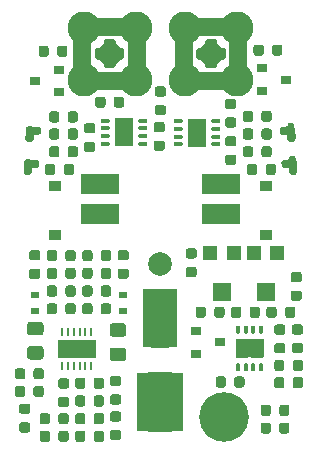
<source format=gts>
G04 #@! TF.GenerationSoftware,KiCad,Pcbnew,5.1.9-73d0e3b20d~88~ubuntu20.04.1*
G04 #@! TF.CreationDate,2021-06-04T11:55:54+03:00*
G04 #@! TF.ProjectId,differential-tweezer,64696666-6572-4656-9e74-69616c2d7477,rev?*
G04 #@! TF.SameCoordinates,Original*
G04 #@! TF.FileFunction,Soldermask,Top*
G04 #@! TF.FilePolarity,Negative*
%FSLAX46Y46*%
G04 Gerber Fmt 4.6, Leading zero omitted, Abs format (unit mm)*
G04 Created by KiCad (PCBNEW 5.1.9-73d0e3b20d~88~ubuntu20.04.1) date 2021-06-04 11:55:54*
%MOMM*%
%LPD*%
G01*
G04 APERTURE LIST*
%ADD10R,0.900000X0.800000*%
%ADD11R,1.500000X2.200000*%
%ADD12R,2.200000X1.500000*%
%ADD13C,2.800000*%
%ADD14C,2.000000*%
%ADD15R,2.000000X2.000000*%
%ADD16C,0.600000*%
%ADD17R,4.000000X5.000000*%
%ADD18R,3.000000X5.000000*%
%ADD19R,1.500000X2.000000*%
%ADD20C,4.200000*%
%ADD21R,3.200000X1.800000*%
%ADD22R,0.700000X0.600000*%
%ADD23O,0.400000X0.650000*%
%ADD24R,0.400000X0.300000*%
%ADD25R,2.400000X1.650000*%
%ADD26R,1.000000X0.650000*%
%ADD27O,0.650000X0.400000*%
%ADD28R,0.300000X0.400000*%
%ADD29R,1.650000X2.400000*%
%ADD30R,0.650000X1.000000*%
%ADD31R,3.300000X1.550000*%
%ADD32R,0.250000X0.700000*%
%ADD33R,1.600000X1.500000*%
%ADD34R,1.200000X1.200000*%
%ADD35R,1.000000X0.850000*%
G04 APERTURE END LIST*
G04 #@! TO.C,C21*
G36*
G01*
X10050000Y-8256250D02*
X10050000Y-7743750D01*
G75*
G02*
X10268750Y-7525000I218750J0D01*
G01*
X10706250Y-7525000D01*
G75*
G02*
X10925000Y-7743750I0J-218750D01*
G01*
X10925000Y-8256250D01*
G75*
G02*
X10706250Y-8475000I-218750J0D01*
G01*
X10268750Y-8475000D01*
G75*
G02*
X10050000Y-8256250I0J218750D01*
G01*
G37*
G36*
G01*
X8475000Y-8256250D02*
X8475000Y-7743750D01*
G75*
G02*
X8693750Y-7525000I218750J0D01*
G01*
X9131250Y-7525000D01*
G75*
G02*
X9350000Y-7743750I0J-218750D01*
G01*
X9350000Y-8256250D01*
G75*
G02*
X9131250Y-8475000I-218750J0D01*
G01*
X8693750Y-8475000D01*
G75*
G02*
X8475000Y-8256250I0J218750D01*
G01*
G37*
G04 #@! TD*
G04 #@! TO.C,C20*
G36*
G01*
X14256250Y-7550000D02*
X13743750Y-7550000D01*
G75*
G02*
X13525000Y-7331250I0J218750D01*
G01*
X13525000Y-6893750D01*
G75*
G02*
X13743750Y-6675000I218750J0D01*
G01*
X14256250Y-6675000D01*
G75*
G02*
X14475000Y-6893750I0J-218750D01*
G01*
X14475000Y-7331250D01*
G75*
G02*
X14256250Y-7550000I-218750J0D01*
G01*
G37*
G36*
G01*
X14256250Y-9125000D02*
X13743750Y-9125000D01*
G75*
G02*
X13525000Y-8906250I0J218750D01*
G01*
X13525000Y-8468750D01*
G75*
G02*
X13743750Y-8250000I218750J0D01*
G01*
X14256250Y-8250000D01*
G75*
G02*
X14475000Y-8468750I0J-218750D01*
G01*
X14475000Y-8906250D01*
G75*
G02*
X14256250Y-9125000I-218750J0D01*
G01*
G37*
G04 #@! TD*
D10*
G04 #@! TO.C,D6*
X19050000Y-28350000D03*
X17050000Y-29300000D03*
X17050000Y-27400000D03*
G04 #@! TD*
D11*
G04 #@! TO.C,J8*
X7400000Y-3900000D03*
D12*
X9700000Y-6200000D03*
D11*
X12000000Y-3900000D03*
G36*
G01*
X9375000Y-2650000D02*
X10025000Y-2650000D01*
G75*
G02*
X10200000Y-2825000I0J-175000D01*
G01*
X10200000Y-3175000D01*
G75*
G02*
X10025000Y-3350000I-175000J0D01*
G01*
X9375000Y-3350000D01*
G75*
G02*
X9200000Y-3175000I0J175000D01*
G01*
X9200000Y-2825000D01*
G75*
G02*
X9375000Y-2650000I175000J0D01*
G01*
G37*
G36*
G01*
X9150000Y-3575000D02*
X9150000Y-4225000D01*
G75*
G02*
X8975000Y-4400000I-175000J0D01*
G01*
X8625000Y-4400000D01*
G75*
G02*
X8450000Y-4225000I0J175000D01*
G01*
X8450000Y-3575000D01*
G75*
G02*
X8625000Y-3400000I175000J0D01*
G01*
X8975000Y-3400000D01*
G75*
G02*
X9150000Y-3575000I0J-175000D01*
G01*
G37*
G36*
G01*
X9375000Y-4450000D02*
X10025000Y-4450000D01*
G75*
G02*
X10200000Y-4625000I0J-175000D01*
G01*
X10200000Y-4975000D01*
G75*
G02*
X10025000Y-5150000I-175000J0D01*
G01*
X9375000Y-5150000D01*
G75*
G02*
X9200000Y-4975000I0J175000D01*
G01*
X9200000Y-4625000D01*
G75*
G02*
X9375000Y-4450000I175000J0D01*
G01*
G37*
D12*
X9700000Y-1600000D03*
G36*
G01*
X10950000Y-3575000D02*
X10950000Y-4225000D01*
G75*
G02*
X10775000Y-4400000I-175000J0D01*
G01*
X10425000Y-4400000D01*
G75*
G02*
X10250000Y-4225000I0J175000D01*
G01*
X10250000Y-3575000D01*
G75*
G02*
X10425000Y-3400000I175000J0D01*
G01*
X10775000Y-3400000D01*
G75*
G02*
X10950000Y-3575000I0J-175000D01*
G01*
G37*
D13*
X7500000Y-1700000D03*
X7500000Y-6100000D03*
X11900000Y-6100000D03*
X11900000Y-1700000D03*
D14*
X9700000Y-3900000D03*
G04 #@! TD*
G04 #@! TO.C,L4*
G36*
G01*
X3850001Y-27750000D02*
X2949999Y-27750000D01*
G75*
G02*
X2700000Y-27500001I0J249999D01*
G01*
X2700000Y-26849999D01*
G75*
G02*
X2949999Y-26600000I249999J0D01*
G01*
X3850001Y-26600000D01*
G75*
G02*
X4100000Y-26849999I0J-249999D01*
G01*
X4100000Y-27500001D01*
G75*
G02*
X3850001Y-27750000I-249999J0D01*
G01*
G37*
G36*
G01*
X3850001Y-29800000D02*
X2949999Y-29800000D01*
G75*
G02*
X2700000Y-29550001I0J249999D01*
G01*
X2700000Y-28899999D01*
G75*
G02*
X2949999Y-28650000I249999J0D01*
G01*
X3850001Y-28650000D01*
G75*
G02*
X4100000Y-28899999I0J-249999D01*
G01*
X4100000Y-29550001D01*
G75*
G02*
X3850001Y-29800000I-249999J0D01*
G01*
G37*
G04 #@! TD*
G04 #@! TO.C,L3*
G36*
G01*
X10850001Y-27875000D02*
X9949999Y-27875000D01*
G75*
G02*
X9700000Y-27625001I0J249999D01*
G01*
X9700000Y-26974999D01*
G75*
G02*
X9949999Y-26725000I249999J0D01*
G01*
X10850001Y-26725000D01*
G75*
G02*
X11100000Y-26974999I0J-249999D01*
G01*
X11100000Y-27625001D01*
G75*
G02*
X10850001Y-27875000I-249999J0D01*
G01*
G37*
G36*
G01*
X10850001Y-29925000D02*
X9949999Y-29925000D01*
G75*
G02*
X9700000Y-29675001I0J249999D01*
G01*
X9700000Y-29024999D01*
G75*
G02*
X9949999Y-28775000I249999J0D01*
G01*
X10850001Y-28775000D01*
G75*
G02*
X11100000Y-29024999I0J-249999D01*
G01*
X11100000Y-29675001D01*
G75*
G02*
X10850001Y-29925000I-249999J0D01*
G01*
G37*
G04 #@! TD*
G04 #@! TO.C,C22*
G36*
G01*
X13643750Y-11250000D02*
X14156250Y-11250000D01*
G75*
G02*
X14375000Y-11468750I0J-218750D01*
G01*
X14375000Y-11906250D01*
G75*
G02*
X14156250Y-12125000I-218750J0D01*
G01*
X13643750Y-12125000D01*
G75*
G02*
X13425000Y-11906250I0J218750D01*
G01*
X13425000Y-11468750D01*
G75*
G02*
X13643750Y-11250000I218750J0D01*
G01*
G37*
G36*
G01*
X13643750Y-9675000D02*
X14156250Y-9675000D01*
G75*
G02*
X14375000Y-9893750I0J-218750D01*
G01*
X14375000Y-10331250D01*
G75*
G02*
X14156250Y-10550000I-218750J0D01*
G01*
X13643750Y-10550000D01*
G75*
G02*
X13425000Y-10331250I0J218750D01*
G01*
X13425000Y-9893750D01*
G75*
G02*
X13643750Y-9675000I218750J0D01*
G01*
G37*
G04 #@! TD*
D15*
G04 #@! TO.C,J2*
X14000000Y-31900000D03*
D16*
X15600000Y-31300000D03*
X15600000Y-33400000D03*
X15600000Y-35500000D03*
X12400000Y-31300000D03*
X12400000Y-33400000D03*
X12400000Y-35500000D03*
D15*
X14000000Y-34900000D03*
D17*
X14000000Y-33400000D03*
G04 #@! TD*
G04 #@! TO.C,J4*
G36*
G01*
X25299309Y-11332997D02*
X24899857Y-11353932D01*
G75*
G02*
X24847309Y-11306618I-2617J49931D01*
G01*
X24842075Y-11206755D01*
G75*
G02*
X24889389Y-11154207I49931J2617D01*
G01*
X25288841Y-11133272D01*
G75*
G02*
X25341389Y-11180586I2617J-49931D01*
G01*
X25346623Y-11280449D01*
G75*
G02*
X25299309Y-11332997I-49931J-2617D01*
G01*
G37*
G36*
G01*
X25270524Y-10783750D02*
X24871072Y-10804685D01*
G75*
G02*
X24818524Y-10757371I-2617J49931D01*
G01*
X24813290Y-10657508D01*
G75*
G02*
X24860604Y-10604960I49931J2617D01*
G01*
X25260056Y-10584025D01*
G75*
G02*
X25312604Y-10631339I2617J-49931D01*
G01*
X25317838Y-10731202D01*
G75*
G02*
X25270524Y-10783750I-49931J-2617D01*
G01*
G37*
G36*
G01*
X24111633Y-10644212D02*
X24090698Y-10244760D01*
G75*
G02*
X24138012Y-10192212I49931J2617D01*
G01*
X24237875Y-10186978D01*
G75*
G02*
X24290423Y-10234292I2617J-49931D01*
G01*
X24311358Y-10633744D01*
G75*
G02*
X24264044Y-10686292I-49931J-2617D01*
G01*
X24164181Y-10691526D01*
G75*
G02*
X24111633Y-10644212I-2617J49931D01*
G01*
G37*
G36*
G01*
X24891016Y-9752199D02*
X25140673Y-9739115D01*
G75*
G02*
X25272044Y-9857402I6542J-124829D01*
G01*
X25295595Y-10306786D01*
G75*
G02*
X25177308Y-10438157I-124829J-6542D01*
G01*
X24927651Y-10451241D01*
G75*
G02*
X24796280Y-10332954I-6542J124829D01*
G01*
X24772729Y-9883570D01*
G75*
G02*
X24891016Y-9752199I124829J6542D01*
G01*
G37*
G36*
G01*
X24110324Y-10619246D02*
X24092006Y-10269725D01*
G75*
G02*
X24257607Y-10085806I174760J9159D01*
G01*
X25206305Y-10036087D01*
G75*
G02*
X25390224Y-10201688I9159J-174760D01*
G01*
X25408542Y-10551209D01*
G75*
G02*
X25242941Y-10735128I-174760J-9159D01*
G01*
X24294243Y-10784847D01*
G75*
G02*
X24110324Y-10619246I-9159J174760D01*
G01*
G37*
G36*
G01*
X24856785Y-10054405D02*
X25206306Y-10036087D01*
G75*
G02*
X25390225Y-10201688I9159J-174760D01*
G01*
X25439944Y-11150386D01*
G75*
G02*
X25274343Y-11334305I-174760J-9159D01*
G01*
X24924822Y-11352623D01*
G75*
G02*
X24740903Y-11187022I-9159J174760D01*
G01*
X24691184Y-10238324D01*
G75*
G02*
X24856785Y-10054405I174760J9159D01*
G01*
G37*
D16*
X25099794Y-10392150D03*
X24500617Y-10423551D03*
X25131196Y-10991327D03*
G04 #@! TD*
G04 #@! TO.C,J3*
G36*
G01*
X25449309Y-14132997D02*
X25049857Y-14153932D01*
G75*
G02*
X24997309Y-14106618I-2617J49931D01*
G01*
X24992075Y-14006755D01*
G75*
G02*
X25039389Y-13954207I49931J2617D01*
G01*
X25438841Y-13933272D01*
G75*
G02*
X25491389Y-13980586I2617J-49931D01*
G01*
X25496623Y-14080449D01*
G75*
G02*
X25449309Y-14132997I-49931J-2617D01*
G01*
G37*
G36*
G01*
X25420524Y-13583750D02*
X25021072Y-13604685D01*
G75*
G02*
X24968524Y-13557371I-2617J49931D01*
G01*
X24963290Y-13457508D01*
G75*
G02*
X25010604Y-13404960I49931J2617D01*
G01*
X25410056Y-13384025D01*
G75*
G02*
X25462604Y-13431339I2617J-49931D01*
G01*
X25467838Y-13531202D01*
G75*
G02*
X25420524Y-13583750I-49931J-2617D01*
G01*
G37*
G36*
G01*
X24261633Y-13444212D02*
X24240698Y-13044760D01*
G75*
G02*
X24288012Y-12992212I49931J2617D01*
G01*
X24387875Y-12986978D01*
G75*
G02*
X24440423Y-13034292I2617J-49931D01*
G01*
X24461358Y-13433744D01*
G75*
G02*
X24414044Y-13486292I-49931J-2617D01*
G01*
X24314181Y-13491526D01*
G75*
G02*
X24261633Y-13444212I-2617J49931D01*
G01*
G37*
G36*
G01*
X25041016Y-12552199D02*
X25290673Y-12539115D01*
G75*
G02*
X25422044Y-12657402I6542J-124829D01*
G01*
X25445595Y-13106786D01*
G75*
G02*
X25327308Y-13238157I-124829J-6542D01*
G01*
X25077651Y-13251241D01*
G75*
G02*
X24946280Y-13132954I-6542J124829D01*
G01*
X24922729Y-12683570D01*
G75*
G02*
X25041016Y-12552199I124829J6542D01*
G01*
G37*
G36*
G01*
X24260324Y-13419246D02*
X24242006Y-13069725D01*
G75*
G02*
X24407607Y-12885806I174760J9159D01*
G01*
X25356305Y-12836087D01*
G75*
G02*
X25540224Y-13001688I9159J-174760D01*
G01*
X25558542Y-13351209D01*
G75*
G02*
X25392941Y-13535128I-174760J-9159D01*
G01*
X24444243Y-13584847D01*
G75*
G02*
X24260324Y-13419246I-9159J174760D01*
G01*
G37*
G36*
G01*
X25006785Y-12854405D02*
X25356306Y-12836087D01*
G75*
G02*
X25540225Y-13001688I9159J-174760D01*
G01*
X25589944Y-13950386D01*
G75*
G02*
X25424343Y-14134305I-174760J-9159D01*
G01*
X25074822Y-14152623D01*
G75*
G02*
X24890903Y-13987022I-9159J174760D01*
G01*
X24841184Y-13038324D01*
G75*
G02*
X25006785Y-12854405I174760J9159D01*
G01*
G37*
X25249794Y-13192150D03*
X24650617Y-13223551D03*
X25281196Y-13791327D03*
G04 #@! TD*
G04 #@! TO.C,J6*
G36*
G01*
X3759302Y-13044760D02*
X3738367Y-13444212D01*
G75*
G02*
X3685819Y-13491526I-49931J2617D01*
G01*
X3585956Y-13486292D01*
G75*
G02*
X3538642Y-13433744I2617J49931D01*
G01*
X3559577Y-13034292D01*
G75*
G02*
X3612125Y-12986978I49931J-2617D01*
G01*
X3711988Y-12992212D01*
G75*
G02*
X3759302Y-13044760I-2617J-49931D01*
G01*
G37*
G36*
G01*
X2950143Y-14153932D02*
X2550691Y-14132997D01*
G75*
G02*
X2503377Y-14080449I2617J49931D01*
G01*
X2508611Y-13980586D01*
G75*
G02*
X2561159Y-13933272I49931J-2617D01*
G01*
X2960611Y-13954207D01*
G75*
G02*
X3007925Y-14006755I-2617J-49931D01*
G01*
X3002691Y-14106618D01*
G75*
G02*
X2950143Y-14153932I-49931J2617D01*
G01*
G37*
X2718804Y-13791327D03*
X3349383Y-13223551D03*
X2750206Y-13192150D03*
G36*
G01*
X2925178Y-14152623D02*
X2575657Y-14134305D01*
G75*
G02*
X2410056Y-13950386I9159J174760D01*
G01*
X2459775Y-13001688D01*
G75*
G02*
X2643694Y-12836087I174760J-9159D01*
G01*
X2993215Y-12854405D01*
G75*
G02*
X3158816Y-13038324I-9159J-174760D01*
G01*
X3109097Y-13987022D01*
G75*
G02*
X2925178Y-14152623I-174760J9159D01*
G01*
G37*
G36*
G01*
X2441458Y-13351209D02*
X2459776Y-13001688D01*
G75*
G02*
X2643695Y-12836087I174760J-9159D01*
G01*
X3592393Y-12885806D01*
G75*
G02*
X3757994Y-13069725I-9159J-174760D01*
G01*
X3739676Y-13419246D01*
G75*
G02*
X3555757Y-13584847I-174760J9159D01*
G01*
X2607059Y-13535128D01*
G75*
G02*
X2441458Y-13351209I9159J174760D01*
G01*
G37*
G04 #@! TD*
G04 #@! TO.C,J5*
G36*
G01*
X3909302Y-10244760D02*
X3888367Y-10644212D01*
G75*
G02*
X3835819Y-10691526I-49931J2617D01*
G01*
X3735956Y-10686292D01*
G75*
G02*
X3688642Y-10633744I2617J49931D01*
G01*
X3709577Y-10234292D01*
G75*
G02*
X3762125Y-10186978I49931J-2617D01*
G01*
X3861988Y-10192212D01*
G75*
G02*
X3909302Y-10244760I-2617J-49931D01*
G01*
G37*
G36*
G01*
X3100143Y-11353932D02*
X2700691Y-11332997D01*
G75*
G02*
X2653377Y-11280449I2617J49931D01*
G01*
X2658611Y-11180586D01*
G75*
G02*
X2711159Y-11133272I49931J-2617D01*
G01*
X3110611Y-11154207D01*
G75*
G02*
X3157925Y-11206755I-2617J-49931D01*
G01*
X3152691Y-11306618D01*
G75*
G02*
X3100143Y-11353932I-49931J2617D01*
G01*
G37*
X2868804Y-10991327D03*
X3499383Y-10423551D03*
X2900206Y-10392150D03*
G36*
G01*
X3075178Y-11352623D02*
X2725657Y-11334305D01*
G75*
G02*
X2560056Y-11150386I9159J174760D01*
G01*
X2609775Y-10201688D01*
G75*
G02*
X2793694Y-10036087I174760J-9159D01*
G01*
X3143215Y-10054405D01*
G75*
G02*
X3308816Y-10238324I-9159J-174760D01*
G01*
X3259097Y-11187022D01*
G75*
G02*
X3075178Y-11352623I-174760J9159D01*
G01*
G37*
G36*
G01*
X2591458Y-10551209D02*
X2609776Y-10201688D01*
G75*
G02*
X2793695Y-10036087I174760J-9159D01*
G01*
X3742393Y-10085806D01*
G75*
G02*
X3907994Y-10269725I-9159J-174760D01*
G01*
X3889676Y-10619246D01*
G75*
G02*
X3705757Y-10784847I-174760J9159D01*
G01*
X2757059Y-10735128D01*
G75*
G02*
X2591458Y-10551209I9159J174760D01*
G01*
G37*
G04 #@! TD*
D14*
G04 #@! TO.C,J1*
X14000000Y-21700000D03*
D18*
X14000000Y-26300000D03*
D16*
X15100000Y-28400000D03*
X12900000Y-28400000D03*
X12900000Y-24200000D03*
X12900000Y-26300000D03*
X15100000Y-26300000D03*
X15100000Y-24200000D03*
D19*
X14000000Y-27800000D03*
X14000000Y-24800000D03*
G04 #@! TD*
D11*
G04 #@! TO.C,J7*
X16000000Y-3900000D03*
D12*
X18300000Y-6200000D03*
D11*
X20600000Y-3900000D03*
G36*
G01*
X17975000Y-2650000D02*
X18625000Y-2650000D01*
G75*
G02*
X18800000Y-2825000I0J-175000D01*
G01*
X18800000Y-3175000D01*
G75*
G02*
X18625000Y-3350000I-175000J0D01*
G01*
X17975000Y-3350000D01*
G75*
G02*
X17800000Y-3175000I0J175000D01*
G01*
X17800000Y-2825000D01*
G75*
G02*
X17975000Y-2650000I175000J0D01*
G01*
G37*
G36*
G01*
X17750000Y-3575000D02*
X17750000Y-4225000D01*
G75*
G02*
X17575000Y-4400000I-175000J0D01*
G01*
X17225000Y-4400000D01*
G75*
G02*
X17050000Y-4225000I0J175000D01*
G01*
X17050000Y-3575000D01*
G75*
G02*
X17225000Y-3400000I175000J0D01*
G01*
X17575000Y-3400000D01*
G75*
G02*
X17750000Y-3575000I0J-175000D01*
G01*
G37*
G36*
G01*
X17975000Y-4450000D02*
X18625000Y-4450000D01*
G75*
G02*
X18800000Y-4625000I0J-175000D01*
G01*
X18800000Y-4975000D01*
G75*
G02*
X18625000Y-5150000I-175000J0D01*
G01*
X17975000Y-5150000D01*
G75*
G02*
X17800000Y-4975000I0J175000D01*
G01*
X17800000Y-4625000D01*
G75*
G02*
X17975000Y-4450000I175000J0D01*
G01*
G37*
D12*
X18300000Y-1600000D03*
G36*
G01*
X19550000Y-3575000D02*
X19550000Y-4225000D01*
G75*
G02*
X19375000Y-4400000I-175000J0D01*
G01*
X19025000Y-4400000D01*
G75*
G02*
X18850000Y-4225000I0J175000D01*
G01*
X18850000Y-3575000D01*
G75*
G02*
X19025000Y-3400000I175000J0D01*
G01*
X19375000Y-3400000D01*
G75*
G02*
X19550000Y-3575000I0J-175000D01*
G01*
G37*
D13*
X16100000Y-1700000D03*
X16100000Y-6100000D03*
X20500000Y-6100000D03*
X20500000Y-1700000D03*
D14*
X18300000Y-3900000D03*
G04 #@! TD*
G04 #@! TO.C,R23*
G36*
G01*
X22550000Y-9456250D02*
X22550000Y-8943750D01*
G75*
G02*
X22768750Y-8725000I218750J0D01*
G01*
X23206250Y-8725000D01*
G75*
G02*
X23425000Y-8943750I0J-218750D01*
G01*
X23425000Y-9456250D01*
G75*
G02*
X23206250Y-9675000I-218750J0D01*
G01*
X22768750Y-9675000D01*
G75*
G02*
X22550000Y-9456250I0J218750D01*
G01*
G37*
G36*
G01*
X20975000Y-9456250D02*
X20975000Y-8943750D01*
G75*
G02*
X21193750Y-8725000I218750J0D01*
G01*
X21631250Y-8725000D01*
G75*
G02*
X21850000Y-8943750I0J-218750D01*
G01*
X21850000Y-9456250D01*
G75*
G02*
X21631250Y-9675000I-218750J0D01*
G01*
X21193750Y-9675000D01*
G75*
G02*
X20975000Y-9456250I0J218750D01*
G01*
G37*
G04 #@! TD*
G04 #@! TO.C,R11*
G36*
G01*
X5450000Y-11943750D02*
X5450000Y-12456250D01*
G75*
G02*
X5231250Y-12675000I-218750J0D01*
G01*
X4793750Y-12675000D01*
G75*
G02*
X4575000Y-12456250I0J218750D01*
G01*
X4575000Y-11943750D01*
G75*
G02*
X4793750Y-11725000I218750J0D01*
G01*
X5231250Y-11725000D01*
G75*
G02*
X5450000Y-11943750I0J-218750D01*
G01*
G37*
G36*
G01*
X7025000Y-11943750D02*
X7025000Y-12456250D01*
G75*
G02*
X6806250Y-12675000I-218750J0D01*
G01*
X6368750Y-12675000D01*
G75*
G02*
X6150000Y-12456250I0J218750D01*
G01*
X6150000Y-11943750D01*
G75*
G02*
X6368750Y-11725000I218750J0D01*
G01*
X6806250Y-11725000D01*
G75*
G02*
X7025000Y-11943750I0J-218750D01*
G01*
G37*
G04 #@! TD*
G04 #@! TO.C,L9*
G36*
G01*
X9943750Y-32750000D02*
X10456250Y-32750000D01*
G75*
G02*
X10675000Y-32968750I0J-218750D01*
G01*
X10675000Y-33406250D01*
G75*
G02*
X10456250Y-33625000I-218750J0D01*
G01*
X9943750Y-33625000D01*
G75*
G02*
X9725000Y-33406250I0J218750D01*
G01*
X9725000Y-32968750D01*
G75*
G02*
X9943750Y-32750000I218750J0D01*
G01*
G37*
G36*
G01*
X9943750Y-31175000D02*
X10456250Y-31175000D01*
G75*
G02*
X10675000Y-31393750I0J-218750D01*
G01*
X10675000Y-31831250D01*
G75*
G02*
X10456250Y-32050000I-218750J0D01*
G01*
X9943750Y-32050000D01*
G75*
G02*
X9725000Y-31831250I0J218750D01*
G01*
X9725000Y-31393750D01*
G75*
G02*
X9943750Y-31175000I218750J0D01*
G01*
G37*
G04 #@! TD*
D10*
G04 #@! TO.C,D5*
X3400000Y-6200000D03*
X5400000Y-5250000D03*
X5400000Y-7150000D03*
G04 #@! TD*
G04 #@! TO.C,D4*
X24600000Y-6100000D03*
X22600000Y-7050000D03*
X22600000Y-5150000D03*
G04 #@! TD*
G04 #@! TO.C,C11*
G36*
G01*
X6150000Y-10956250D02*
X6150000Y-10443750D01*
G75*
G02*
X6368750Y-10225000I218750J0D01*
G01*
X6806250Y-10225000D01*
G75*
G02*
X7025000Y-10443750I0J-218750D01*
G01*
X7025000Y-10956250D01*
G75*
G02*
X6806250Y-11175000I-218750J0D01*
G01*
X6368750Y-11175000D01*
G75*
G02*
X6150000Y-10956250I0J218750D01*
G01*
G37*
G36*
G01*
X4575000Y-10956250D02*
X4575000Y-10443750D01*
G75*
G02*
X4793750Y-10225000I218750J0D01*
G01*
X5231250Y-10225000D01*
G75*
G02*
X5450000Y-10443750I0J-218750D01*
G01*
X5450000Y-10956250D01*
G75*
G02*
X5231250Y-11175000I-218750J0D01*
G01*
X4793750Y-11175000D01*
G75*
G02*
X4575000Y-10956250I0J218750D01*
G01*
G37*
G04 #@! TD*
G04 #@! TO.C,C1*
G36*
G01*
X22550000Y-10956250D02*
X22550000Y-10443750D01*
G75*
G02*
X22768750Y-10225000I218750J0D01*
G01*
X23206250Y-10225000D01*
G75*
G02*
X23425000Y-10443750I0J-218750D01*
G01*
X23425000Y-10956250D01*
G75*
G02*
X23206250Y-11175000I-218750J0D01*
G01*
X22768750Y-11175000D01*
G75*
G02*
X22550000Y-10956250I0J218750D01*
G01*
G37*
G36*
G01*
X20975000Y-10956250D02*
X20975000Y-10443750D01*
G75*
G02*
X21193750Y-10225000I218750J0D01*
G01*
X21631250Y-10225000D01*
G75*
G02*
X21850000Y-10443750I0J-218750D01*
G01*
X21850000Y-10956250D01*
G75*
G02*
X21631250Y-11175000I-218750J0D01*
G01*
X21193750Y-11175000D01*
G75*
G02*
X20975000Y-10956250I0J218750D01*
G01*
G37*
G04 #@! TD*
G04 #@! TO.C,R8*
G36*
G01*
X23350000Y-33843750D02*
X23350000Y-34356250D01*
G75*
G02*
X23131250Y-34575000I-218750J0D01*
G01*
X22693750Y-34575000D01*
G75*
G02*
X22475000Y-34356250I0J218750D01*
G01*
X22475000Y-33843750D01*
G75*
G02*
X22693750Y-33625000I218750J0D01*
G01*
X23131250Y-33625000D01*
G75*
G02*
X23350000Y-33843750I0J-218750D01*
G01*
G37*
G36*
G01*
X24925000Y-33843750D02*
X24925000Y-34356250D01*
G75*
G02*
X24706250Y-34575000I-218750J0D01*
G01*
X24268750Y-34575000D01*
G75*
G02*
X24050000Y-34356250I0J218750D01*
G01*
X24050000Y-33843750D01*
G75*
G02*
X24268750Y-33625000I218750J0D01*
G01*
X24706250Y-33625000D01*
G75*
G02*
X24925000Y-33843750I0J-218750D01*
G01*
G37*
G04 #@! TD*
G04 #@! TO.C,D3*
G36*
G01*
X24050000Y-35856250D02*
X24050000Y-35343750D01*
G75*
G02*
X24268750Y-35125000I218750J0D01*
G01*
X24706250Y-35125000D01*
G75*
G02*
X24925000Y-35343750I0J-218750D01*
G01*
X24925000Y-35856250D01*
G75*
G02*
X24706250Y-36075000I-218750J0D01*
G01*
X24268750Y-36075000D01*
G75*
G02*
X24050000Y-35856250I0J218750D01*
G01*
G37*
G36*
G01*
X22475000Y-35856250D02*
X22475000Y-35343750D01*
G75*
G02*
X22693750Y-35125000I218750J0D01*
G01*
X23131250Y-35125000D01*
G75*
G02*
X23350000Y-35343750I0J-218750D01*
G01*
X23350000Y-35856250D01*
G75*
G02*
X23131250Y-36075000I-218750J0D01*
G01*
X22693750Y-36075000D01*
G75*
G02*
X22475000Y-35856250I0J218750D01*
G01*
G37*
G04 #@! TD*
G04 #@! TO.C,R7*
G36*
G01*
X16343750Y-21950000D02*
X16856250Y-21950000D01*
G75*
G02*
X17075000Y-22168750I0J-218750D01*
G01*
X17075000Y-22606250D01*
G75*
G02*
X16856250Y-22825000I-218750J0D01*
G01*
X16343750Y-22825000D01*
G75*
G02*
X16125000Y-22606250I0J218750D01*
G01*
X16125000Y-22168750D01*
G75*
G02*
X16343750Y-21950000I218750J0D01*
G01*
G37*
G36*
G01*
X16343750Y-20375000D02*
X16856250Y-20375000D01*
G75*
G02*
X17075000Y-20593750I0J-218750D01*
G01*
X17075000Y-21031250D01*
G75*
G02*
X16856250Y-21250000I-218750J0D01*
G01*
X16343750Y-21250000D01*
G75*
G02*
X16125000Y-21031250I0J218750D01*
G01*
X16125000Y-20593750D01*
G75*
G02*
X16343750Y-20375000I218750J0D01*
G01*
G37*
G04 #@! TD*
G04 #@! TO.C,C10*
G36*
G01*
X25756250Y-23250000D02*
X25243750Y-23250000D01*
G75*
G02*
X25025000Y-23031250I0J218750D01*
G01*
X25025000Y-22593750D01*
G75*
G02*
X25243750Y-22375000I218750J0D01*
G01*
X25756250Y-22375000D01*
G75*
G02*
X25975000Y-22593750I0J-218750D01*
G01*
X25975000Y-23031250D01*
G75*
G02*
X25756250Y-23250000I-218750J0D01*
G01*
G37*
G36*
G01*
X25756250Y-24825000D02*
X25243750Y-24825000D01*
G75*
G02*
X25025000Y-24606250I0J218750D01*
G01*
X25025000Y-24168750D01*
G75*
G02*
X25243750Y-23950000I218750J0D01*
G01*
X25756250Y-23950000D01*
G75*
G02*
X25975000Y-24168750I0J-218750D01*
G01*
X25975000Y-24606250D01*
G75*
G02*
X25756250Y-24825000I-218750J0D01*
G01*
G37*
G04 #@! TD*
D20*
G04 #@! TO.C,H1*
X19400000Y-34700000D03*
G04 #@! TD*
D21*
G04 #@! TO.C,SW1*
X19150000Y-17500000D03*
X8850000Y-17500000D03*
X19150000Y-14900000D03*
X8850000Y-14900000D03*
G04 #@! TD*
G04 #@! TO.C,R12*
G36*
G01*
X22200000Y-13443750D02*
X22200000Y-13956250D01*
G75*
G02*
X21981250Y-14175000I-218750J0D01*
G01*
X21543750Y-14175000D01*
G75*
G02*
X21325000Y-13956250I0J218750D01*
G01*
X21325000Y-13443750D01*
G75*
G02*
X21543750Y-13225000I218750J0D01*
G01*
X21981250Y-13225000D01*
G75*
G02*
X22200000Y-13443750I0J-218750D01*
G01*
G37*
G36*
G01*
X23775000Y-13443750D02*
X23775000Y-13956250D01*
G75*
G02*
X23556250Y-14175000I-218750J0D01*
G01*
X23118750Y-14175000D01*
G75*
G02*
X22900000Y-13956250I0J218750D01*
G01*
X22900000Y-13443750D01*
G75*
G02*
X23118750Y-13225000I218750J0D01*
G01*
X23556250Y-13225000D01*
G75*
G02*
X23775000Y-13443750I0J-218750D01*
G01*
G37*
G04 #@! TD*
G04 #@! TO.C,L8*
G36*
G01*
X3606250Y-21400000D02*
X3093750Y-21400000D01*
G75*
G02*
X2875000Y-21181250I0J218750D01*
G01*
X2875000Y-20743750D01*
G75*
G02*
X3093750Y-20525000I218750J0D01*
G01*
X3606250Y-20525000D01*
G75*
G02*
X3825000Y-20743750I0J-218750D01*
G01*
X3825000Y-21181250D01*
G75*
G02*
X3606250Y-21400000I-218750J0D01*
G01*
G37*
G36*
G01*
X3606250Y-22975000D02*
X3093750Y-22975000D01*
G75*
G02*
X2875000Y-22756250I0J218750D01*
G01*
X2875000Y-22318750D01*
G75*
G02*
X3093750Y-22100000I218750J0D01*
G01*
X3606250Y-22100000D01*
G75*
G02*
X3825000Y-22318750I0J-218750D01*
G01*
X3825000Y-22756250D01*
G75*
G02*
X3606250Y-22975000I-218750J0D01*
G01*
G37*
G04 #@! TD*
G04 #@! TO.C,L7*
G36*
G01*
X11106250Y-21400000D02*
X10593750Y-21400000D01*
G75*
G02*
X10375000Y-21181250I0J218750D01*
G01*
X10375000Y-20743750D01*
G75*
G02*
X10593750Y-20525000I218750J0D01*
G01*
X11106250Y-20525000D01*
G75*
G02*
X11325000Y-20743750I0J-218750D01*
G01*
X11325000Y-21181250D01*
G75*
G02*
X11106250Y-21400000I-218750J0D01*
G01*
G37*
G36*
G01*
X11106250Y-22975000D02*
X10593750Y-22975000D01*
G75*
G02*
X10375000Y-22756250I0J218750D01*
G01*
X10375000Y-22318750D01*
G75*
G02*
X10593750Y-22100000I218750J0D01*
G01*
X11106250Y-22100000D01*
G75*
G02*
X11325000Y-22318750I0J-218750D01*
G01*
X11325000Y-22756250D01*
G75*
G02*
X11106250Y-22975000I-218750J0D01*
G01*
G37*
G04 #@! TD*
G04 #@! TO.C,L1*
G36*
G01*
X10456250Y-35062500D02*
X9943750Y-35062500D01*
G75*
G02*
X9725000Y-34843750I0J218750D01*
G01*
X9725000Y-34406250D01*
G75*
G02*
X9943750Y-34187500I218750J0D01*
G01*
X10456250Y-34187500D01*
G75*
G02*
X10675000Y-34406250I0J-218750D01*
G01*
X10675000Y-34843750D01*
G75*
G02*
X10456250Y-35062500I-218750J0D01*
G01*
G37*
G36*
G01*
X10456250Y-36637500D02*
X9943750Y-36637500D01*
G75*
G02*
X9725000Y-36418750I0J218750D01*
G01*
X9725000Y-35981250D01*
G75*
G02*
X9943750Y-35762500I218750J0D01*
G01*
X10456250Y-35762500D01*
G75*
G02*
X10675000Y-35981250I0J-218750D01*
G01*
X10675000Y-36418750D01*
G75*
G02*
X10456250Y-36637500I-218750J0D01*
G01*
G37*
G04 #@! TD*
G04 #@! TO.C,R15*
G36*
G01*
X5450000Y-8993750D02*
X5450000Y-9506250D01*
G75*
G02*
X5231250Y-9725000I-218750J0D01*
G01*
X4793750Y-9725000D01*
G75*
G02*
X4575000Y-9506250I0J218750D01*
G01*
X4575000Y-8993750D01*
G75*
G02*
X4793750Y-8775000I218750J0D01*
G01*
X5231250Y-8775000D01*
G75*
G02*
X5450000Y-8993750I0J-218750D01*
G01*
G37*
G36*
G01*
X7025000Y-8993750D02*
X7025000Y-9506250D01*
G75*
G02*
X6806250Y-9725000I-218750J0D01*
G01*
X6368750Y-9725000D01*
G75*
G02*
X6150000Y-9506250I0J218750D01*
G01*
X6150000Y-8993750D01*
G75*
G02*
X6368750Y-8775000I218750J0D01*
G01*
X6806250Y-8775000D01*
G75*
G02*
X7025000Y-8993750I0J-218750D01*
G01*
G37*
G04 #@! TD*
G04 #@! TO.C,C26*
G36*
G01*
X7650000Y-33043750D02*
X7650000Y-33556250D01*
G75*
G02*
X7431250Y-33775000I-218750J0D01*
G01*
X6993750Y-33775000D01*
G75*
G02*
X6775000Y-33556250I0J218750D01*
G01*
X6775000Y-33043750D01*
G75*
G02*
X6993750Y-32825000I218750J0D01*
G01*
X7431250Y-32825000D01*
G75*
G02*
X7650000Y-33043750I0J-218750D01*
G01*
G37*
G36*
G01*
X9225000Y-33043750D02*
X9225000Y-33556250D01*
G75*
G02*
X9006250Y-33775000I-218750J0D01*
G01*
X8568750Y-33775000D01*
G75*
G02*
X8350000Y-33556250I0J218750D01*
G01*
X8350000Y-33043750D01*
G75*
G02*
X8568750Y-32825000I218750J0D01*
G01*
X9006250Y-32825000D01*
G75*
G02*
X9225000Y-33043750I0J-218750D01*
G01*
G37*
G04 #@! TD*
D22*
G04 #@! TO.C,D2*
X10800000Y-24300000D03*
X10800000Y-25700000D03*
G04 #@! TD*
G04 #@! TO.C,D1*
X3400000Y-25700000D03*
X3400000Y-24300000D03*
G04 #@! TD*
D23*
G04 #@! TO.C,U4*
X22525000Y-30400000D03*
X21875000Y-30400000D03*
D24*
X21225000Y-30600000D03*
X20575000Y-30600000D03*
X20575000Y-27100000D03*
D23*
X21225000Y-27300000D03*
D24*
X21875000Y-27100000D03*
X22525000Y-27100000D03*
D25*
X21550000Y-28850000D03*
D26*
X20925000Y-29300000D03*
X20925000Y-28400000D03*
X22175000Y-29300000D03*
X22175000Y-28400000D03*
D24*
X22525000Y-30600000D03*
X21875000Y-30600000D03*
D23*
X21225000Y-30400000D03*
X20575000Y-30400000D03*
X20575000Y-27300000D03*
D24*
X21225000Y-27100000D03*
D23*
X21875000Y-27300000D03*
X22525000Y-27300000D03*
G04 #@! TD*
D27*
G04 #@! TO.C,U3*
X12450000Y-9575000D03*
X12450000Y-10225000D03*
D28*
X12650000Y-10875000D03*
X12650000Y-11525000D03*
X9150000Y-11525000D03*
D27*
X9350000Y-10875000D03*
D28*
X9150000Y-10225000D03*
X9150000Y-9575000D03*
D29*
X10900000Y-10550000D03*
D30*
X11350000Y-11175000D03*
X10450000Y-11175000D03*
X11350000Y-9925000D03*
X10450000Y-9925000D03*
D28*
X12650000Y-9575000D03*
X12650000Y-10225000D03*
D27*
X12450000Y-10875000D03*
X12450000Y-11525000D03*
X9350000Y-11525000D03*
D28*
X9150000Y-10875000D03*
D27*
X9350000Y-10225000D03*
X9350000Y-9575000D03*
G04 #@! TD*
G04 #@! TO.C,U2*
X15550000Y-11575000D03*
X15550000Y-10925000D03*
D28*
X15350000Y-10275000D03*
X15350000Y-9625000D03*
X18850000Y-9625000D03*
D27*
X18650000Y-10275000D03*
D28*
X18850000Y-10925000D03*
X18850000Y-11575000D03*
D29*
X17100000Y-10600000D03*
D30*
X16650000Y-9975000D03*
X17550000Y-9975000D03*
X16650000Y-11225000D03*
X17550000Y-11225000D03*
D28*
X15350000Y-11575000D03*
X15350000Y-10925000D03*
D27*
X15550000Y-10275000D03*
X15550000Y-9625000D03*
X18650000Y-9625000D03*
D28*
X18850000Y-10275000D03*
D27*
X18650000Y-10925000D03*
X18650000Y-11575000D03*
G04 #@! TD*
D31*
G04 #@! TO.C,U1*
X6900000Y-28900000D03*
D32*
X8150000Y-30350000D03*
X7650000Y-30350000D03*
X7150000Y-30350000D03*
X6650000Y-30350000D03*
X6150000Y-30350000D03*
X5650000Y-30350000D03*
X5650000Y-27450000D03*
X6150000Y-27450000D03*
X6650000Y-27450000D03*
X7150000Y-27450000D03*
X7650000Y-27450000D03*
X8150000Y-27450000D03*
G04 #@! TD*
D33*
G04 #@! TO.C,RV2*
X22900000Y-24050000D03*
D34*
X21900000Y-20800000D03*
X23900000Y-20800000D03*
G04 #@! TD*
D33*
G04 #@! TO.C,RV1*
X19200000Y-24050000D03*
D34*
X18200000Y-20800000D03*
X20200000Y-20800000D03*
G04 #@! TD*
G04 #@! TO.C,R22*
G36*
G01*
X20250000Y-31956250D02*
X20250000Y-31443750D01*
G75*
G02*
X20468750Y-31225000I218750J0D01*
G01*
X20906250Y-31225000D01*
G75*
G02*
X21125000Y-31443750I0J-218750D01*
G01*
X21125000Y-31956250D01*
G75*
G02*
X20906250Y-32175000I-218750J0D01*
G01*
X20468750Y-32175000D01*
G75*
G02*
X20250000Y-31956250I0J218750D01*
G01*
G37*
G36*
G01*
X18675000Y-31956250D02*
X18675000Y-31443750D01*
G75*
G02*
X18893750Y-31225000I218750J0D01*
G01*
X19331250Y-31225000D01*
G75*
G02*
X19550000Y-31443750I0J-218750D01*
G01*
X19550000Y-31956250D01*
G75*
G02*
X19331250Y-32175000I-218750J0D01*
G01*
X18893750Y-32175000D01*
G75*
G02*
X18675000Y-31956250I0J218750D01*
G01*
G37*
G04 #@! TD*
G04 #@! TO.C,R21*
G36*
G01*
X23843750Y-28400000D02*
X24356250Y-28400000D01*
G75*
G02*
X24575000Y-28618750I0J-218750D01*
G01*
X24575000Y-29056250D01*
G75*
G02*
X24356250Y-29275000I-218750J0D01*
G01*
X23843750Y-29275000D01*
G75*
G02*
X23625000Y-29056250I0J218750D01*
G01*
X23625000Y-28618750D01*
G75*
G02*
X23843750Y-28400000I218750J0D01*
G01*
G37*
G36*
G01*
X23843750Y-26825000D02*
X24356250Y-26825000D01*
G75*
G02*
X24575000Y-27043750I0J-218750D01*
G01*
X24575000Y-27481250D01*
G75*
G02*
X24356250Y-27700000I-218750J0D01*
G01*
X23843750Y-27700000D01*
G75*
G02*
X23625000Y-27481250I0J218750D01*
G01*
X23625000Y-27043750D01*
G75*
G02*
X23843750Y-26825000I218750J0D01*
G01*
G37*
G04 #@! TD*
G04 #@! TO.C,R20*
G36*
G01*
X17850000Y-25543750D02*
X17850000Y-26056250D01*
G75*
G02*
X17631250Y-26275000I-218750J0D01*
G01*
X17193750Y-26275000D01*
G75*
G02*
X16975000Y-26056250I0J218750D01*
G01*
X16975000Y-25543750D01*
G75*
G02*
X17193750Y-25325000I218750J0D01*
G01*
X17631250Y-25325000D01*
G75*
G02*
X17850000Y-25543750I0J-218750D01*
G01*
G37*
G36*
G01*
X19425000Y-25543750D02*
X19425000Y-26056250D01*
G75*
G02*
X19206250Y-26275000I-218750J0D01*
G01*
X18768750Y-26275000D01*
G75*
G02*
X18550000Y-26056250I0J218750D01*
G01*
X18550000Y-25543750D01*
G75*
G02*
X18768750Y-25325000I218750J0D01*
G01*
X19206250Y-25325000D01*
G75*
G02*
X19425000Y-25543750I0J-218750D01*
G01*
G37*
G04 #@! TD*
G04 #@! TO.C,R19*
G36*
G01*
X23850000Y-25543750D02*
X23850000Y-26056250D01*
G75*
G02*
X23631250Y-26275000I-218750J0D01*
G01*
X23193750Y-26275000D01*
G75*
G02*
X22975000Y-26056250I0J218750D01*
G01*
X22975000Y-25543750D01*
G75*
G02*
X23193750Y-25325000I218750J0D01*
G01*
X23631250Y-25325000D01*
G75*
G02*
X23850000Y-25543750I0J-218750D01*
G01*
G37*
G36*
G01*
X25425000Y-25543750D02*
X25425000Y-26056250D01*
G75*
G02*
X25206250Y-26275000I-218750J0D01*
G01*
X24768750Y-26275000D01*
G75*
G02*
X24550000Y-26056250I0J218750D01*
G01*
X24550000Y-25543750D01*
G75*
G02*
X24768750Y-25325000I218750J0D01*
G01*
X25206250Y-25325000D01*
G75*
G02*
X25425000Y-25543750I0J-218750D01*
G01*
G37*
G04 #@! TD*
G04 #@! TO.C,R18*
G36*
G01*
X20850000Y-25543750D02*
X20850000Y-26056250D01*
G75*
G02*
X20631250Y-26275000I-218750J0D01*
G01*
X20193750Y-26275000D01*
G75*
G02*
X19975000Y-26056250I0J218750D01*
G01*
X19975000Y-25543750D01*
G75*
G02*
X20193750Y-25325000I218750J0D01*
G01*
X20631250Y-25325000D01*
G75*
G02*
X20850000Y-25543750I0J-218750D01*
G01*
G37*
G36*
G01*
X22425000Y-25543750D02*
X22425000Y-26056250D01*
G75*
G02*
X22206250Y-26275000I-218750J0D01*
G01*
X21768750Y-26275000D01*
G75*
G02*
X21550000Y-26056250I0J218750D01*
G01*
X21550000Y-25543750D01*
G75*
G02*
X21768750Y-25325000I218750J0D01*
G01*
X22206250Y-25325000D01*
G75*
G02*
X22425000Y-25543750I0J-218750D01*
G01*
G37*
G04 #@! TD*
G04 #@! TO.C,R17*
G36*
G01*
X7743750Y-11350000D02*
X8256250Y-11350000D01*
G75*
G02*
X8475000Y-11568750I0J-218750D01*
G01*
X8475000Y-12006250D01*
G75*
G02*
X8256250Y-12225000I-218750J0D01*
G01*
X7743750Y-12225000D01*
G75*
G02*
X7525000Y-12006250I0J218750D01*
G01*
X7525000Y-11568750D01*
G75*
G02*
X7743750Y-11350000I218750J0D01*
G01*
G37*
G36*
G01*
X7743750Y-9775000D02*
X8256250Y-9775000D01*
G75*
G02*
X8475000Y-9993750I0J-218750D01*
G01*
X8475000Y-10431250D01*
G75*
G02*
X8256250Y-10650000I-218750J0D01*
G01*
X7743750Y-10650000D01*
G75*
G02*
X7525000Y-10431250I0J218750D01*
G01*
X7525000Y-9993750D01*
G75*
G02*
X7743750Y-9775000I218750J0D01*
G01*
G37*
G04 #@! TD*
G04 #@! TO.C,R16*
G36*
G01*
X19693750Y-12450000D02*
X20206250Y-12450000D01*
G75*
G02*
X20425000Y-12668750I0J-218750D01*
G01*
X20425000Y-13106250D01*
G75*
G02*
X20206250Y-13325000I-218750J0D01*
G01*
X19693750Y-13325000D01*
G75*
G02*
X19475000Y-13106250I0J218750D01*
G01*
X19475000Y-12668750D01*
G75*
G02*
X19693750Y-12450000I218750J0D01*
G01*
G37*
G36*
G01*
X19693750Y-10875000D02*
X20206250Y-10875000D01*
G75*
G02*
X20425000Y-11093750I0J-218750D01*
G01*
X20425000Y-11531250D01*
G75*
G02*
X20206250Y-11750000I-218750J0D01*
G01*
X19693750Y-11750000D01*
G75*
G02*
X19475000Y-11531250I0J218750D01*
G01*
X19475000Y-11093750D01*
G75*
G02*
X19693750Y-10875000I218750J0D01*
G01*
G37*
G04 #@! TD*
G04 #@! TO.C,R14*
G36*
G01*
X21850000Y-11943750D02*
X21850000Y-12456250D01*
G75*
G02*
X21631250Y-12675000I-218750J0D01*
G01*
X21193750Y-12675000D01*
G75*
G02*
X20975000Y-12456250I0J218750D01*
G01*
X20975000Y-11943750D01*
G75*
G02*
X21193750Y-11725000I218750J0D01*
G01*
X21631250Y-11725000D01*
G75*
G02*
X21850000Y-11943750I0J-218750D01*
G01*
G37*
G36*
G01*
X23425000Y-11943750D02*
X23425000Y-12456250D01*
G75*
G02*
X23206250Y-12675000I-218750J0D01*
G01*
X22768750Y-12675000D01*
G75*
G02*
X22550000Y-12456250I0J218750D01*
G01*
X22550000Y-11943750D01*
G75*
G02*
X22768750Y-11725000I218750J0D01*
G01*
X23206250Y-11725000D01*
G75*
G02*
X23425000Y-11943750I0J-218750D01*
G01*
G37*
G04 #@! TD*
G04 #@! TO.C,R13*
G36*
G01*
X5800000Y-13956250D02*
X5800000Y-13443750D01*
G75*
G02*
X6018750Y-13225000I218750J0D01*
G01*
X6456250Y-13225000D01*
G75*
G02*
X6675000Y-13443750I0J-218750D01*
G01*
X6675000Y-13956250D01*
G75*
G02*
X6456250Y-14175000I-218750J0D01*
G01*
X6018750Y-14175000D01*
G75*
G02*
X5800000Y-13956250I0J218750D01*
G01*
G37*
G36*
G01*
X4225000Y-13956250D02*
X4225000Y-13443750D01*
G75*
G02*
X4443750Y-13225000I218750J0D01*
G01*
X4881250Y-13225000D01*
G75*
G02*
X5100000Y-13443750I0J-218750D01*
G01*
X5100000Y-13956250D01*
G75*
G02*
X4881250Y-14175000I-218750J0D01*
G01*
X4443750Y-14175000D01*
G75*
G02*
X4225000Y-13956250I0J218750D01*
G01*
G37*
G04 #@! TD*
G04 #@! TO.C,R10*
G36*
G01*
X5250000Y-3956250D02*
X5250000Y-3443750D01*
G75*
G02*
X5468750Y-3225000I218750J0D01*
G01*
X5906250Y-3225000D01*
G75*
G02*
X6125000Y-3443750I0J-218750D01*
G01*
X6125000Y-3956250D01*
G75*
G02*
X5906250Y-4175000I-218750J0D01*
G01*
X5468750Y-4175000D01*
G75*
G02*
X5250000Y-3956250I0J218750D01*
G01*
G37*
G36*
G01*
X3675000Y-3956250D02*
X3675000Y-3443750D01*
G75*
G02*
X3893750Y-3225000I218750J0D01*
G01*
X4331250Y-3225000D01*
G75*
G02*
X4550000Y-3443750I0J-218750D01*
G01*
X4550000Y-3956250D01*
G75*
G02*
X4331250Y-4175000I-218750J0D01*
G01*
X3893750Y-4175000D01*
G75*
G02*
X3675000Y-3956250I0J218750D01*
G01*
G37*
G04 #@! TD*
G04 #@! TO.C,R9*
G36*
G01*
X22750000Y-3343750D02*
X22750000Y-3856250D01*
G75*
G02*
X22531250Y-4075000I-218750J0D01*
G01*
X22093750Y-4075000D01*
G75*
G02*
X21875000Y-3856250I0J218750D01*
G01*
X21875000Y-3343750D01*
G75*
G02*
X22093750Y-3125000I218750J0D01*
G01*
X22531250Y-3125000D01*
G75*
G02*
X22750000Y-3343750I0J-218750D01*
G01*
G37*
G36*
G01*
X24325000Y-3343750D02*
X24325000Y-3856250D01*
G75*
G02*
X24106250Y-4075000I-218750J0D01*
G01*
X23668750Y-4075000D01*
G75*
G02*
X23450000Y-3856250I0J218750D01*
G01*
X23450000Y-3343750D01*
G75*
G02*
X23668750Y-3125000I218750J0D01*
G01*
X24106250Y-3125000D01*
G75*
G02*
X24325000Y-3343750I0J-218750D01*
G01*
G37*
G04 #@! TD*
G04 #@! TO.C,R6*
G36*
G01*
X6056250Y-32250000D02*
X5543750Y-32250000D01*
G75*
G02*
X5325000Y-32031250I0J218750D01*
G01*
X5325000Y-31593750D01*
G75*
G02*
X5543750Y-31375000I218750J0D01*
G01*
X6056250Y-31375000D01*
G75*
G02*
X6275000Y-31593750I0J-218750D01*
G01*
X6275000Y-32031250D01*
G75*
G02*
X6056250Y-32250000I-218750J0D01*
G01*
G37*
G36*
G01*
X6056250Y-33825000D02*
X5543750Y-33825000D01*
G75*
G02*
X5325000Y-33606250I0J218750D01*
G01*
X5325000Y-33168750D01*
G75*
G02*
X5543750Y-32950000I218750J0D01*
G01*
X6056250Y-32950000D01*
G75*
G02*
X6275000Y-33168750I0J-218750D01*
G01*
X6275000Y-33606250D01*
G75*
G02*
X6056250Y-33825000I-218750J0D01*
G01*
G37*
G04 #@! TD*
G04 #@! TO.C,R3*
G36*
G01*
X3250000Y-31256250D02*
X3250000Y-30743750D01*
G75*
G02*
X3468750Y-30525000I218750J0D01*
G01*
X3906250Y-30525000D01*
G75*
G02*
X4125000Y-30743750I0J-218750D01*
G01*
X4125000Y-31256250D01*
G75*
G02*
X3906250Y-31475000I-218750J0D01*
G01*
X3468750Y-31475000D01*
G75*
G02*
X3250000Y-31256250I0J218750D01*
G01*
G37*
G36*
G01*
X1675000Y-31256250D02*
X1675000Y-30743750D01*
G75*
G02*
X1893750Y-30525000I218750J0D01*
G01*
X2331250Y-30525000D01*
G75*
G02*
X2550000Y-30743750I0J-218750D01*
G01*
X2550000Y-31256250D01*
G75*
G02*
X2331250Y-31475000I-218750J0D01*
G01*
X1893750Y-31475000D01*
G75*
G02*
X1675000Y-31256250I0J218750D01*
G01*
G37*
G04 #@! TD*
G04 #@! TO.C,R2*
G36*
G01*
X5350000Y-35056250D02*
X5350000Y-34543750D01*
G75*
G02*
X5568750Y-34325000I218750J0D01*
G01*
X6006250Y-34325000D01*
G75*
G02*
X6225000Y-34543750I0J-218750D01*
G01*
X6225000Y-35056250D01*
G75*
G02*
X6006250Y-35275000I-218750J0D01*
G01*
X5568750Y-35275000D01*
G75*
G02*
X5350000Y-35056250I0J218750D01*
G01*
G37*
G36*
G01*
X3775000Y-35056250D02*
X3775000Y-34543750D01*
G75*
G02*
X3993750Y-34325000I218750J0D01*
G01*
X4431250Y-34325000D01*
G75*
G02*
X4650000Y-34543750I0J-218750D01*
G01*
X4650000Y-35056250D01*
G75*
G02*
X4431250Y-35275000I-218750J0D01*
G01*
X3993750Y-35275000D01*
G75*
G02*
X3775000Y-35056250I0J218750D01*
G01*
G37*
G04 #@! TD*
G04 #@! TO.C,R1*
G36*
G01*
X2243750Y-35100000D02*
X2756250Y-35100000D01*
G75*
G02*
X2975000Y-35318750I0J-218750D01*
G01*
X2975000Y-35756250D01*
G75*
G02*
X2756250Y-35975000I-218750J0D01*
G01*
X2243750Y-35975000D01*
G75*
G02*
X2025000Y-35756250I0J218750D01*
G01*
X2025000Y-35318750D01*
G75*
G02*
X2243750Y-35100000I218750J0D01*
G01*
G37*
G36*
G01*
X2243750Y-33525000D02*
X2756250Y-33525000D01*
G75*
G02*
X2975000Y-33743750I0J-218750D01*
G01*
X2975000Y-34181250D01*
G75*
G02*
X2756250Y-34400000I-218750J0D01*
G01*
X2243750Y-34400000D01*
G75*
G02*
X2025000Y-34181250I0J218750D01*
G01*
X2025000Y-33743750D01*
G75*
G02*
X2243750Y-33525000I218750J0D01*
G01*
G37*
G04 #@! TD*
G04 #@! TO.C,L6*
G36*
G01*
X5250000Y-23743750D02*
X5250000Y-24256250D01*
G75*
G02*
X5031250Y-24475000I-218750J0D01*
G01*
X4593750Y-24475000D01*
G75*
G02*
X4375000Y-24256250I0J218750D01*
G01*
X4375000Y-23743750D01*
G75*
G02*
X4593750Y-23525000I218750J0D01*
G01*
X5031250Y-23525000D01*
G75*
G02*
X5250000Y-23743750I0J-218750D01*
G01*
G37*
G36*
G01*
X6825000Y-23743750D02*
X6825000Y-24256250D01*
G75*
G02*
X6606250Y-24475000I-218750J0D01*
G01*
X6168750Y-24475000D01*
G75*
G02*
X5950000Y-24256250I0J218750D01*
G01*
X5950000Y-23743750D01*
G75*
G02*
X6168750Y-23525000I218750J0D01*
G01*
X6606250Y-23525000D01*
G75*
G02*
X6825000Y-23743750I0J-218750D01*
G01*
G37*
G04 #@! TD*
G04 #@! TO.C,L5*
G36*
G01*
X8950000Y-24256250D02*
X8950000Y-23743750D01*
G75*
G02*
X9168750Y-23525000I218750J0D01*
G01*
X9606250Y-23525000D01*
G75*
G02*
X9825000Y-23743750I0J-218750D01*
G01*
X9825000Y-24256250D01*
G75*
G02*
X9606250Y-24475000I-218750J0D01*
G01*
X9168750Y-24475000D01*
G75*
G02*
X8950000Y-24256250I0J218750D01*
G01*
G37*
G36*
G01*
X7375000Y-24256250D02*
X7375000Y-23743750D01*
G75*
G02*
X7593750Y-23525000I218750J0D01*
G01*
X8031250Y-23525000D01*
G75*
G02*
X8250000Y-23743750I0J-218750D01*
G01*
X8250000Y-24256250D01*
G75*
G02*
X8031250Y-24475000I-218750J0D01*
G01*
X7593750Y-24475000D01*
G75*
G02*
X7375000Y-24256250I0J218750D01*
G01*
G37*
G04 #@! TD*
G04 #@! TO.C,L2*
G36*
G01*
X8350000Y-35056250D02*
X8350000Y-34543750D01*
G75*
G02*
X8568750Y-34325000I218750J0D01*
G01*
X9006250Y-34325000D01*
G75*
G02*
X9225000Y-34543750I0J-218750D01*
G01*
X9225000Y-35056250D01*
G75*
G02*
X9006250Y-35275000I-218750J0D01*
G01*
X8568750Y-35275000D01*
G75*
G02*
X8350000Y-35056250I0J218750D01*
G01*
G37*
G36*
G01*
X6775000Y-35056250D02*
X6775000Y-34543750D01*
G75*
G02*
X6993750Y-34325000I218750J0D01*
G01*
X7431250Y-34325000D01*
G75*
G02*
X7650000Y-34543750I0J-218750D01*
G01*
X7650000Y-35056250D01*
G75*
G02*
X7431250Y-35275000I-218750J0D01*
G01*
X6993750Y-35275000D01*
G75*
G02*
X6775000Y-35056250I0J218750D01*
G01*
G37*
G04 #@! TD*
G04 #@! TO.C,C25*
G36*
G01*
X24500000Y-30043750D02*
X24500000Y-30556250D01*
G75*
G02*
X24281250Y-30775000I-218750J0D01*
G01*
X23843750Y-30775000D01*
G75*
G02*
X23625000Y-30556250I0J218750D01*
G01*
X23625000Y-30043750D01*
G75*
G02*
X23843750Y-29825000I218750J0D01*
G01*
X24281250Y-29825000D01*
G75*
G02*
X24500000Y-30043750I0J-218750D01*
G01*
G37*
G36*
G01*
X26075000Y-30043750D02*
X26075000Y-30556250D01*
G75*
G02*
X25856250Y-30775000I-218750J0D01*
G01*
X25418750Y-30775000D01*
G75*
G02*
X25200000Y-30556250I0J218750D01*
G01*
X25200000Y-30043750D01*
G75*
G02*
X25418750Y-29825000I218750J0D01*
G01*
X25856250Y-29825000D01*
G75*
G02*
X26075000Y-30043750I0J-218750D01*
G01*
G37*
G04 #@! TD*
G04 #@! TO.C,C24*
G36*
G01*
X25200000Y-32006250D02*
X25200000Y-31493750D01*
G75*
G02*
X25418750Y-31275000I218750J0D01*
G01*
X25856250Y-31275000D01*
G75*
G02*
X26075000Y-31493750I0J-218750D01*
G01*
X26075000Y-32006250D01*
G75*
G02*
X25856250Y-32225000I-218750J0D01*
G01*
X25418750Y-32225000D01*
G75*
G02*
X25200000Y-32006250I0J218750D01*
G01*
G37*
G36*
G01*
X23625000Y-32006250D02*
X23625000Y-31493750D01*
G75*
G02*
X23843750Y-31275000I218750J0D01*
G01*
X24281250Y-31275000D01*
G75*
G02*
X24500000Y-31493750I0J-218750D01*
G01*
X24500000Y-32006250D01*
G75*
G02*
X24281250Y-32225000I-218750J0D01*
G01*
X23843750Y-32225000D01*
G75*
G02*
X23625000Y-32006250I0J218750D01*
G01*
G37*
G04 #@! TD*
G04 #@! TO.C,C23*
G36*
G01*
X19683750Y-9280000D02*
X20196250Y-9280000D01*
G75*
G02*
X20415000Y-9498750I0J-218750D01*
G01*
X20415000Y-9936250D01*
G75*
G02*
X20196250Y-10155000I-218750J0D01*
G01*
X19683750Y-10155000D01*
G75*
G02*
X19465000Y-9936250I0J218750D01*
G01*
X19465000Y-9498750D01*
G75*
G02*
X19683750Y-9280000I218750J0D01*
G01*
G37*
G36*
G01*
X19683750Y-7705000D02*
X20196250Y-7705000D01*
G75*
G02*
X20415000Y-7923750I0J-218750D01*
G01*
X20415000Y-8361250D01*
G75*
G02*
X20196250Y-8580000I-218750J0D01*
G01*
X19683750Y-8580000D01*
G75*
G02*
X19465000Y-8361250I0J218750D01*
G01*
X19465000Y-7923750D01*
G75*
G02*
X19683750Y-7705000I218750J0D01*
G01*
G37*
G04 #@! TD*
G04 #@! TO.C,C19*
G36*
G01*
X25856250Y-27700000D02*
X25343750Y-27700000D01*
G75*
G02*
X25125000Y-27481250I0J218750D01*
G01*
X25125000Y-27043750D01*
G75*
G02*
X25343750Y-26825000I218750J0D01*
G01*
X25856250Y-26825000D01*
G75*
G02*
X26075000Y-27043750I0J-218750D01*
G01*
X26075000Y-27481250D01*
G75*
G02*
X25856250Y-27700000I-218750J0D01*
G01*
G37*
G36*
G01*
X25856250Y-29275000D02*
X25343750Y-29275000D01*
G75*
G02*
X25125000Y-29056250I0J218750D01*
G01*
X25125000Y-28618750D01*
G75*
G02*
X25343750Y-28400000I218750J0D01*
G01*
X25856250Y-28400000D01*
G75*
G02*
X26075000Y-28618750I0J-218750D01*
G01*
X26075000Y-29056250D01*
G75*
G02*
X25856250Y-29275000I-218750J0D01*
G01*
G37*
G04 #@! TD*
D35*
G04 #@! TO.C,C17*
X5100000Y-19275000D03*
X5100000Y-15125000D03*
G04 #@! TD*
G04 #@! TO.C,C16*
X22900000Y-19275000D03*
X22900000Y-15125000D03*
G04 #@! TD*
G04 #@! TO.C,C13*
G36*
G01*
X5950000Y-21256250D02*
X5950000Y-20743750D01*
G75*
G02*
X6168750Y-20525000I218750J0D01*
G01*
X6606250Y-20525000D01*
G75*
G02*
X6825000Y-20743750I0J-218750D01*
G01*
X6825000Y-21256250D01*
G75*
G02*
X6606250Y-21475000I-218750J0D01*
G01*
X6168750Y-21475000D01*
G75*
G02*
X5950000Y-21256250I0J218750D01*
G01*
G37*
G36*
G01*
X4375000Y-21256250D02*
X4375000Y-20743750D01*
G75*
G02*
X4593750Y-20525000I218750J0D01*
G01*
X5031250Y-20525000D01*
G75*
G02*
X5250000Y-20743750I0J-218750D01*
G01*
X5250000Y-21256250D01*
G75*
G02*
X5031250Y-21475000I-218750J0D01*
G01*
X4593750Y-21475000D01*
G75*
G02*
X4375000Y-21256250I0J218750D01*
G01*
G37*
G04 #@! TD*
G04 #@! TO.C,C12*
G36*
G01*
X8250000Y-20743750D02*
X8250000Y-21256250D01*
G75*
G02*
X8031250Y-21475000I-218750J0D01*
G01*
X7593750Y-21475000D01*
G75*
G02*
X7375000Y-21256250I0J218750D01*
G01*
X7375000Y-20743750D01*
G75*
G02*
X7593750Y-20525000I218750J0D01*
G01*
X8031250Y-20525000D01*
G75*
G02*
X8250000Y-20743750I0J-218750D01*
G01*
G37*
G36*
G01*
X9825000Y-20743750D02*
X9825000Y-21256250D01*
G75*
G02*
X9606250Y-21475000I-218750J0D01*
G01*
X9168750Y-21475000D01*
G75*
G02*
X8950000Y-21256250I0J218750D01*
G01*
X8950000Y-20743750D01*
G75*
G02*
X9168750Y-20525000I218750J0D01*
G01*
X9606250Y-20525000D01*
G75*
G02*
X9825000Y-20743750I0J-218750D01*
G01*
G37*
G04 #@! TD*
G04 #@! TO.C,C9*
G36*
G01*
X5950000Y-22756250D02*
X5950000Y-22243750D01*
G75*
G02*
X6168750Y-22025000I218750J0D01*
G01*
X6606250Y-22025000D01*
G75*
G02*
X6825000Y-22243750I0J-218750D01*
G01*
X6825000Y-22756250D01*
G75*
G02*
X6606250Y-22975000I-218750J0D01*
G01*
X6168750Y-22975000D01*
G75*
G02*
X5950000Y-22756250I0J218750D01*
G01*
G37*
G36*
G01*
X4375000Y-22756250D02*
X4375000Y-22243750D01*
G75*
G02*
X4593750Y-22025000I218750J0D01*
G01*
X5031250Y-22025000D01*
G75*
G02*
X5250000Y-22243750I0J-218750D01*
G01*
X5250000Y-22756250D01*
G75*
G02*
X5031250Y-22975000I-218750J0D01*
G01*
X4593750Y-22975000D01*
G75*
G02*
X4375000Y-22756250I0J218750D01*
G01*
G37*
G04 #@! TD*
G04 #@! TO.C,C8*
G36*
G01*
X8250000Y-22243750D02*
X8250000Y-22756250D01*
G75*
G02*
X8031250Y-22975000I-218750J0D01*
G01*
X7593750Y-22975000D01*
G75*
G02*
X7375000Y-22756250I0J218750D01*
G01*
X7375000Y-22243750D01*
G75*
G02*
X7593750Y-22025000I218750J0D01*
G01*
X8031250Y-22025000D01*
G75*
G02*
X8250000Y-22243750I0J-218750D01*
G01*
G37*
G36*
G01*
X9825000Y-22243750D02*
X9825000Y-22756250D01*
G75*
G02*
X9606250Y-22975000I-218750J0D01*
G01*
X9168750Y-22975000D01*
G75*
G02*
X8950000Y-22756250I0J218750D01*
G01*
X8950000Y-22243750D01*
G75*
G02*
X9168750Y-22025000I218750J0D01*
G01*
X9606250Y-22025000D01*
G75*
G02*
X9825000Y-22243750I0J-218750D01*
G01*
G37*
G04 #@! TD*
G04 #@! TO.C,C7*
G36*
G01*
X5950000Y-25756250D02*
X5950000Y-25243750D01*
G75*
G02*
X6168750Y-25025000I218750J0D01*
G01*
X6606250Y-25025000D01*
G75*
G02*
X6825000Y-25243750I0J-218750D01*
G01*
X6825000Y-25756250D01*
G75*
G02*
X6606250Y-25975000I-218750J0D01*
G01*
X6168750Y-25975000D01*
G75*
G02*
X5950000Y-25756250I0J218750D01*
G01*
G37*
G36*
G01*
X4375000Y-25756250D02*
X4375000Y-25243750D01*
G75*
G02*
X4593750Y-25025000I218750J0D01*
G01*
X5031250Y-25025000D01*
G75*
G02*
X5250000Y-25243750I0J-218750D01*
G01*
X5250000Y-25756250D01*
G75*
G02*
X5031250Y-25975000I-218750J0D01*
G01*
X4593750Y-25975000D01*
G75*
G02*
X4375000Y-25756250I0J218750D01*
G01*
G37*
G04 #@! TD*
G04 #@! TO.C,C6*
G36*
G01*
X8250000Y-25243750D02*
X8250000Y-25756250D01*
G75*
G02*
X8031250Y-25975000I-218750J0D01*
G01*
X7593750Y-25975000D01*
G75*
G02*
X7375000Y-25756250I0J218750D01*
G01*
X7375000Y-25243750D01*
G75*
G02*
X7593750Y-25025000I218750J0D01*
G01*
X8031250Y-25025000D01*
G75*
G02*
X8250000Y-25243750I0J-218750D01*
G01*
G37*
G36*
G01*
X9825000Y-25243750D02*
X9825000Y-25756250D01*
G75*
G02*
X9606250Y-25975000I-218750J0D01*
G01*
X9168750Y-25975000D01*
G75*
G02*
X8950000Y-25756250I0J218750D01*
G01*
X8950000Y-25243750D01*
G75*
G02*
X9168750Y-25025000I218750J0D01*
G01*
X9606250Y-25025000D01*
G75*
G02*
X9825000Y-25243750I0J-218750D01*
G01*
G37*
G04 #@! TD*
G04 #@! TO.C,C5*
G36*
G01*
X3250000Y-32756250D02*
X3250000Y-32243750D01*
G75*
G02*
X3468750Y-32025000I218750J0D01*
G01*
X3906250Y-32025000D01*
G75*
G02*
X4125000Y-32243750I0J-218750D01*
G01*
X4125000Y-32756250D01*
G75*
G02*
X3906250Y-32975000I-218750J0D01*
G01*
X3468750Y-32975000D01*
G75*
G02*
X3250000Y-32756250I0J218750D01*
G01*
G37*
G36*
G01*
X1675000Y-32756250D02*
X1675000Y-32243750D01*
G75*
G02*
X1893750Y-32025000I218750J0D01*
G01*
X2331250Y-32025000D01*
G75*
G02*
X2550000Y-32243750I0J-218750D01*
G01*
X2550000Y-32756250D01*
G75*
G02*
X2331250Y-32975000I-218750J0D01*
G01*
X1893750Y-32975000D01*
G75*
G02*
X1675000Y-32756250I0J218750D01*
G01*
G37*
G04 #@! TD*
G04 #@! TO.C,C4*
G36*
G01*
X5350000Y-36556250D02*
X5350000Y-36043750D01*
G75*
G02*
X5568750Y-35825000I218750J0D01*
G01*
X6006250Y-35825000D01*
G75*
G02*
X6225000Y-36043750I0J-218750D01*
G01*
X6225000Y-36556250D01*
G75*
G02*
X6006250Y-36775000I-218750J0D01*
G01*
X5568750Y-36775000D01*
G75*
G02*
X5350000Y-36556250I0J218750D01*
G01*
G37*
G36*
G01*
X3775000Y-36556250D02*
X3775000Y-36043750D01*
G75*
G02*
X3993750Y-35825000I218750J0D01*
G01*
X4431250Y-35825000D01*
G75*
G02*
X4650000Y-36043750I0J-218750D01*
G01*
X4650000Y-36556250D01*
G75*
G02*
X4431250Y-36775000I-218750J0D01*
G01*
X3993750Y-36775000D01*
G75*
G02*
X3775000Y-36556250I0J218750D01*
G01*
G37*
G04 #@! TD*
G04 #@! TO.C,C3*
G36*
G01*
X7650000Y-31543750D02*
X7650000Y-32056250D01*
G75*
G02*
X7431250Y-32275000I-218750J0D01*
G01*
X6993750Y-32275000D01*
G75*
G02*
X6775000Y-32056250I0J218750D01*
G01*
X6775000Y-31543750D01*
G75*
G02*
X6993750Y-31325000I218750J0D01*
G01*
X7431250Y-31325000D01*
G75*
G02*
X7650000Y-31543750I0J-218750D01*
G01*
G37*
G36*
G01*
X9225000Y-31543750D02*
X9225000Y-32056250D01*
G75*
G02*
X9006250Y-32275000I-218750J0D01*
G01*
X8568750Y-32275000D01*
G75*
G02*
X8350000Y-32056250I0J218750D01*
G01*
X8350000Y-31543750D01*
G75*
G02*
X8568750Y-31325000I218750J0D01*
G01*
X9006250Y-31325000D01*
G75*
G02*
X9225000Y-31543750I0J-218750D01*
G01*
G37*
G04 #@! TD*
G04 #@! TO.C,C2*
G36*
G01*
X7650000Y-36043750D02*
X7650000Y-36556250D01*
G75*
G02*
X7431250Y-36775000I-218750J0D01*
G01*
X6993750Y-36775000D01*
G75*
G02*
X6775000Y-36556250I0J218750D01*
G01*
X6775000Y-36043750D01*
G75*
G02*
X6993750Y-35825000I218750J0D01*
G01*
X7431250Y-35825000D01*
G75*
G02*
X7650000Y-36043750I0J-218750D01*
G01*
G37*
G36*
G01*
X9225000Y-36043750D02*
X9225000Y-36556250D01*
G75*
G02*
X9006250Y-36775000I-218750J0D01*
G01*
X8568750Y-36775000D01*
G75*
G02*
X8350000Y-36556250I0J218750D01*
G01*
X8350000Y-36043750D01*
G75*
G02*
X8568750Y-35825000I218750J0D01*
G01*
X9006250Y-35825000D01*
G75*
G02*
X9225000Y-36043750I0J-218750D01*
G01*
G37*
G04 #@! TD*
M02*

</source>
